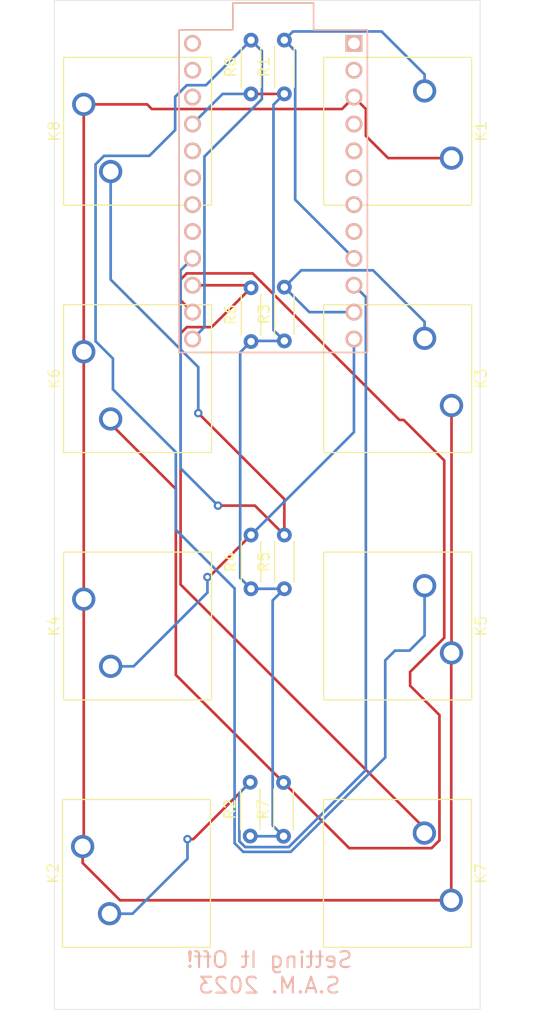
<source format=kicad_pcb>
(kicad_pcb (version 20221018) (generator pcbnew)
  (layers (0 "F.Cu" signal) (31 "B.Cu" signal) (34 "B.Paste" user) (35 "F.Paste" user) (36 "B.SilkS" user "B.Silkscreen") (37 "F.SilkS" user "F.Silkscreen") (38 "B.Mask" user) (39 "F.Mask" user) (44 "Edge.Cuts" user))
  (net 0 "")
  (net 1 "Net-(K1-Pad1)")
  (net 2 "Net-(K1-Pad2)")
  (net 3 "Net-(U1-Pad1)")
  (net 4 "Net-(U1-Pad2)")
  (net 5 "Net-(U1-Pad4)")
  (net 6 "Net-(U1-Pad5)")
  (net 7 "Net-(U1-Pad6)")
  (net 8 "Net-(U1-Pad7)")
  (net 9 "Net-(U1-Pad8)")
  (net 10 "Net-(U1-Pad17)")
  (net 11 "Net-(U1-Pad18)")
  (net 12 "Net-(U1-Pad19)")
  (net 13 "Net-(U1-Pad20)")
  (net 14 "Net-(U1-Pad22)")
  (net 15 "Net-(U1-Pad23)")
  (net 16 "Net-(U1-Pad24)")
  (net 17 "Net-(K2-Pad2)")
  (net 18 "Net-(K3-Pad2)")
  (net 19 "Net-(K4-Pad2)")
  (net 20 "Net-(K5-Pad2)")
  (net 21 "Net-(K6-Pad2)")
  (net 22 "Net-(K7-Pad2)")
  (net 23 "Net-(K8-Pad2)")
  (net 24 "Net-(R1-Pad1)")
  (footprint "KeyboardParts:SW_Cherry_MX_1.00u_PCB" (layer "F.Cu") (at 139.678339 32.672539 -90)
    (fp_text reference "K1" (at -2.54 -2.794 -90) (layer "F.SilkS"))
    (fp_text value "keyboard_parts_KEYSW")
    (fp_line (start -9.525 -1.905) (end 4.445 -1.905) (stroke (width 0.12)) (layer "F.SilkS"))
    (fp_line (start -9.525 12.065) (end -9.525 -1.905) (stroke (width 0.12)) (layer "F.SilkS"))
    (fp_line (start 4.445 -1.905) (end 4.445 12.065) (stroke (width 0.12)) (layer "F.SilkS"))
    (fp_line (start 4.445 12.065) (end -9.525 12.065) (stroke (width 0.12)) (layer "F.SilkS"))
    (pad "" np_thru_hole circle (at -7.62 5.08 270) (size 1.7 1.7) (drill 1.7) (layers "*.Cu" "*.Mask"))
    (pad "" np_thru_hole circle (at -2.54 5.08 270) (size 4 4) (drill 4) (layers "*.Cu" "*.Mask"))
    (pad "" np_thru_hole circle (at 2.54 5.08 270) (size 1.7 1.7) (drill 1.7) (layers "*.Cu" "*.Mask"))
    (pad "1" thru_hole circle (at 0 0 270) (size 2.2 2.2) (drill 1.5) (layers "*.Cu" "*.Mask") (net 1 "Net-(K1-Pad1)"))
    (pad "2" thru_hole circle (at -6.35 2.54 270) (size 2.2 2.2) (drill 1.5) (layers "*.Cu" "*.Mask") (net 2 "Net-(K1-Pad2)"))
  )
  (footprint "KeyboardParts:SW_Cherry_MX_1.00u_PCB" (layer "F.Cu") (at 104.85374 97.72396 90)
    (fp_text reference "K2" (at -2.54 -2.794 90) (layer "F.SilkS"))
    (fp_text value "keyboard_parts_KEYSW")
    (fp_line (start -9.525 -1.905) (end 4.445 -1.905) (stroke (width 0.12)) (layer "F.SilkS"))
    (fp_line (start -9.525 12.065) (end -9.525 -1.905) (stroke (width 0.12)) (layer "F.SilkS"))
    (fp_line (start 4.445 -1.905) (end 4.445 12.065) (stroke (width 0.12)) (layer "F.SilkS"))
    (fp_line (start 4.445 12.065) (end -9.525 12.065) (stroke (width 0.12)) (layer "F.SilkS"))
    (pad "" np_thru_hole circle (at -7.62 5.08 90) (size 1.7 1.7) (drill 1.7) (layers "*.Cu" "*.Mask"))
    (pad "" np_thru_hole circle (at -2.54 5.08 90) (size 4 4) (drill 4) (layers "*.Cu" "*.Mask"))
    (pad "" np_thru_hole circle (at 2.54 5.08 90) (size 1.7 1.7) (drill 1.7) (layers "*.Cu" "*.Mask"))
    (pad "1" thru_hole circle (at 0 0 90) (size 2.2 2.2) (drill 1.5) (layers "*.Cu" "*.Mask") (net 1 "Net-(K1-Pad1)"))
    (pad "2" thru_hole circle (at -6.35 2.54 90) (size 2.2 2.2) (drill 1.5) (layers "*.Cu" "*.Mask") (net 17 "Net-(K2-Pad2)"))
  )
  (footprint "KeyboardParts:SW_Cherry_MX_1.00u_PCB" (layer "F.Cu") (at 139.678339 56.049679 -90)
    (fp_text reference "K3" (at -2.54 -2.794 -90) (layer "F.SilkS"))
    (fp_text value "keyboard_parts_KEYSW")
    (fp_line (start -9.525 -1.905) (end 4.445 -1.905) (stroke (width 0.12)) (layer "F.SilkS"))
    (fp_line (start -9.525 12.065) (end -9.525 -1.905) (stroke (width 0.12)) (layer "F.SilkS"))
    (fp_line (start 4.445 -1.905) (end 4.445 12.065) (stroke (width 0.12)) (layer "F.SilkS"))
    (fp_line (start 4.445 12.065) (end -9.525 12.065) (stroke (width 0.12)) (layer "F.SilkS"))
    (pad "" np_thru_hole circle (at -7.62 5.08 270) (size 1.7 1.7) (drill 1.7) (layers "*.Cu" "*.Mask"))
    (pad "" np_thru_hole circle (at -2.54 5.08 270) (size 4 4) (drill 4) (layers "*.Cu" "*.Mask"))
    (pad "" np_thru_hole circle (at 2.54 5.08 270) (size 1.7 1.7) (drill 1.7) (layers "*.Cu" "*.Mask"))
    (pad "1" thru_hole circle (at 0 0 270) (size 2.2 2.2) (drill 1.5) (layers "*.Cu" "*.Mask") (net 1 "Net-(K1-Pad1)"))
    (pad "2" thru_hole circle (at -6.35 2.54 270) (size 2.2 2.2) (drill 1.5) (layers "*.Cu" "*.Mask") (net 18 "Net-(K3-Pad2)"))
  )
  (footprint "KeyboardParts:SW_Cherry_MX_1.00u_PCB" (layer "F.Cu") (at 104.958601 74.346819 90)
    (fp_text reference "K4" (at -2.54 -2.794 90) (layer "F.SilkS"))
    (fp_text value "keyboard_parts_KEYSW")
    (fp_line (start -9.525 -1.905) (end 4.445 -1.905) (stroke (width 0.12)) (layer "F.SilkS"))
    (fp_line (start -9.525 12.065) (end -9.525 -1.905) (stroke (width 0.12)) (layer "F.SilkS"))
    (fp_line (start 4.445 -1.905) (end 4.445 12.065) (stroke (width 0.12)) (layer "F.SilkS"))
    (fp_line (start 4.445 12.065) (end -9.525 12.065) (stroke (width 0.12)) (layer "F.SilkS"))
    (pad "" np_thru_hole circle (at -7.62 5.08 90) (size 1.7 1.7) (drill 1.7) (layers "*.Cu" "*.Mask"))
    (pad "" np_thru_hole circle (at -2.54 5.08 90) (size 4 4) (drill 4) (layers "*.Cu" "*.Mask"))
    (pad "" np_thru_hole circle (at 2.54 5.08 90) (size 1.7 1.7) (drill 1.7) (layers "*.Cu" "*.Mask"))
    (pad "1" thru_hole circle (at 0 0 90) (size 2.2 2.2) (drill 1.5) (layers "*.Cu" "*.Mask") (net 1 "Net-(K1-Pad1)"))
    (pad "2" thru_hole circle (at -6.35 2.54 90) (size 2.2 2.2) (drill 1.5) (layers "*.Cu" "*.Mask") (net 19 "Net-(K4-Pad2)"))
  )
  (footprint "KeyboardParts:SW_Cherry_MX_1.00u_PCB" (layer "F.Cu") (at 139.678339 79.426819 -90)
    (fp_text reference "K5" (at -2.54 -2.794 -90) (layer "F.SilkS"))
    (fp_text value "keyboard_parts_KEYSW")
    (fp_line (start -9.525 -1.905) (end 4.445 -1.905) (stroke (width 0.12)) (layer "F.SilkS"))
    (fp_line (start -9.525 12.065) (end -9.525 -1.905) (stroke (width 0.12)) (layer "F.SilkS"))
    (fp_line (start 4.445 -1.905) (end 4.445 12.065) (stroke (width 0.12)) (layer "F.SilkS"))
    (fp_line (start 4.445 12.065) (end -9.525 12.065) (stroke (width 0.12)) (layer "F.SilkS"))
    (pad "" np_thru_hole circle (at -7.62 5.08 270) (size 1.7 1.7) (drill 1.7) (layers "*.Cu" "*.Mask"))
    (pad "" np_thru_hole circle (at -2.54 5.08 270) (size 4 4) (drill 4) (layers "*.Cu" "*.Mask"))
    (pad "" np_thru_hole circle (at 2.54 5.08 270) (size 1.7 1.7) (drill 1.7) (layers "*.Cu" "*.Mask"))
    (pad "1" thru_hole circle (at 0 0 270) (size 2.2 2.2) (drill 1.5) (layers "*.Cu" "*.Mask") (net 1 "Net-(K1-Pad1)"))
    (pad "2" thru_hole circle (at -6.35 2.54 270) (size 2.2 2.2) (drill 1.5) (layers "*.Cu" "*.Mask") (net 20 "Net-(K5-Pad2)"))
  )
  (footprint "KeyboardParts:SW_Cherry_MX_1.00u_PCB" (layer "F.Cu") (at 104.958601 50.969679 90)
    (fp_text reference "K6" (at -2.54 -2.794 90) (layer "F.SilkS"))
    (fp_text value "keyboard_parts_KEYSW")
    (fp_line (start -9.525 -1.905) (end 4.445 -1.905) (stroke (width 0.12)) (layer "F.SilkS"))
    (fp_line (start -9.525 12.065) (end -9.525 -1.905) (stroke (width 0.12)) (layer "F.SilkS"))
    (fp_line (start 4.445 -1.905) (end 4.445 12.065) (stroke (width 0.12)) (layer "F.SilkS"))
    (fp_line (start 4.445 12.065) (end -9.525 12.065) (stroke (width 0.12)) (layer "F.SilkS"))
    (pad "" np_thru_hole circle (at -7.62 5.08 90) (size 1.7 1.7) (drill 1.7) (layers "*.Cu" "*.Mask"))
    (pad "" np_thru_hole circle (at -2.54 5.08 90) (size 4 4) (drill 4) (layers "*.Cu" "*.Mask"))
    (pad "" np_thru_hole circle (at 2.54 5.08 90) (size 1.7 1.7) (drill 1.7) (layers "*.Cu" "*.Mask"))
    (pad "1" thru_hole circle (at 0 0 90) (size 2.2 2.2) (drill 1.5) (layers "*.Cu" "*.Mask") (net 1 "Net-(K1-Pad1)"))
    (pad "2" thru_hole circle (at -6.35 2.54 90) (size 2.2 2.2) (drill 1.5) (layers "*.Cu" "*.Mask") (net 21 "Net-(K6-Pad2)"))
  )
  (footprint "KeyboardParts:SW_Cherry_MX_1.00u_PCB" (layer "F.Cu") (at 139.65428 102.80396 -90)
    (fp_text reference "K7" (at -2.54 -2.794 -90) (layer "F.SilkS"))
    (fp_text value "keyboard_parts_KEYSW")
    (fp_line (start -9.525 -1.905) (end 4.445 -1.905) (stroke (width 0.12)) (layer "F.SilkS"))
    (fp_line (start -9.525 12.065) (end -9.525 -1.905) (stroke (width 0.12)) (layer "F.SilkS"))
    (fp_line (start 4.445 -1.905) (end 4.445 12.065) (stroke (width 0.12)) (layer "F.SilkS"))
    (fp_line (start 4.445 12.065) (end -9.525 12.065) (stroke (width 0.12)) (layer "F.SilkS"))
    (pad "" np_thru_hole circle (at -7.62 5.08 270) (size 1.7 1.7) (drill 1.7) (layers "*.Cu" "*.Mask"))
    (pad "" np_thru_hole circle (at -2.54 5.08 270) (size 4 4) (drill 4) (layers "*.Cu" "*.Mask"))
    (pad "" np_thru_hole circle (at 2.54 5.08 270) (size 1.7 1.7) (drill 1.7) (layers "*.Cu" "*.Mask"))
    (pad "1" thru_hole circle (at 0 0 270) (size 2.2 2.2) (drill 1.5) (layers "*.Cu" "*.Mask") (net 1 "Net-(K1-Pad1)"))
    (pad "2" thru_hole circle (at -6.35 2.54 270) (size 2.2 2.2) (drill 1.5) (layers "*.Cu" "*.Mask") (net 22 "Net-(K7-Pad2)"))
  )
  (footprint "KeyboardParts:SW_Cherry_MX_1.00u_PCB" (layer "F.Cu") (at 104.958601 27.592539 90)
    (fp_text reference "K8" (at -2.54 -2.794 90) (layer "F.SilkS"))
    (fp_text value "keyboard_parts_KEYSW")
    (fp_line (start -9.525 -1.905) (end 4.445 -1.905) (stroke (width 0.12)) (layer "F.SilkS"))
    (fp_line (start -9.525 12.065) (end -9.525 -1.905) (stroke (width 0.12)) (layer "F.SilkS"))
    (fp_line (start 4.445 -1.905) (end 4.445 12.065) (stroke (width 0.12)) (layer "F.SilkS"))
    (fp_line (start 4.445 12.065) (end -9.525 12.065) (stroke (width 0.12)) (layer "F.SilkS"))
    (pad "" np_thru_hole circle (at -7.62 5.08 90) (size 1.7 1.7) (drill 1.7) (layers "*.Cu" "*.Mask"))
    (pad "" np_thru_hole circle (at -2.54 5.08 90) (size 4 4) (drill 4) (layers "*.Cu" "*.Mask"))
    (pad "" np_thru_hole circle (at 2.54 5.08 90) (size 1.7 1.7) (drill 1.7) (layers "*.Cu" "*.Mask"))
    (pad "1" thru_hole circle (at 0 0 90) (size 2.2 2.2) (drill 1.5) (layers "*.Cu" "*.Mask") (net 1 "Net-(K1-Pad1)"))
    (pad "2" thru_hole circle (at -6.35 2.54 90) (size 2.2 2.2) (drill 1.5) (layers "*.Cu" "*.Mask") (net 23 "Net-(K8-Pad2)"))
  )
  (footprint "Resistor_THT:R_Axial_DIN0204_L3.6mm_D1.6mm_P5.08mm_Horizontal" (layer "F.Cu") (at 123.89612 26.60142 90)
    (fp_text reference "R1" (at 2.54 -1.92 90) (layer "F.SilkS"))
    (fp_text value "R")
    (fp_line (start 0.62 -0.92) (end 4.46 -0.92) (stroke (width 0.12)) (layer "F.SilkS"))
    (fp_line (start 0.62 0.92) (end 4.46 0.92) (stroke (width 0.12)) (layer "F.SilkS"))
    (pad "1" thru_hole circle (at 0 0 90) (size 1.4 1.4) (drill 0.7) (layers "*.Cu" "*.Mask") (net 24 "Net-(R1-Pad1)"))
    (pad "2" thru_hole oval (at 5.08 0 90) (size 1.4 1.4) (drill 0.7) (layers "*.Cu" "*.Mask") (net 2 "Net-(K1-Pad2)"))
  )
  (footprint "Resistor_THT:R_Axial_DIN0204_L3.6mm_D1.6mm_P5.08mm_Horizontal" (layer "F.Cu") (at 120.6754 96.73336 90)
    (fp_text reference "R2" (at 2.54 -1.92 90) (layer "F.SilkS"))
    (fp_text value "R")
    (fp_line (start 0.62 -0.92) (end 4.46 -0.92) (stroke (width 0.12)) (layer "F.SilkS"))
    (fp_line (start 0.62 0.92) (end 4.46 0.92) (stroke (width 0.12)) (layer "F.SilkS"))
    (pad "1" thru_hole circle (at 0 0 90) (size 1.4 1.4) (drill 0.7) (layers "*.Cu" "*.Mask") (net 24 "Net-(R1-Pad1)"))
    (pad "2" thru_hole oval (at 5.08 0 90) (size 1.4 1.4) (drill 0.7) (layers "*.Cu" "*.Mask") (net 17 "Net-(K2-Pad2)"))
  )
  (footprint "Resistor_THT:R_Axial_DIN0204_L3.6mm_D1.6mm_P5.08mm_Horizontal" (layer "F.Cu") (at 123.89612 49.94656 90)
    (fp_text reference "R3" (at 2.54 -1.92 90) (layer "F.SilkS"))
    (fp_text value "R")
    (fp_line (start 0.62 -0.92) (end 4.46 -0.92) (stroke (width 0.12)) (layer "F.SilkS"))
    (fp_line (start 0.62 0.92) (end 4.46 0.92) (stroke (width 0.12)) (layer "F.SilkS"))
    (pad "1" thru_hole circle (at 0 0 90) (size 1.4 1.4) (drill 0.7) (layers "*.Cu" "*.Mask") (net 24 "Net-(R1-Pad1)"))
    (pad "2" thru_hole oval (at 5.08 0 90) (size 1.4 1.4) (drill 0.7) (layers "*.Cu" "*.Mask") (net 18 "Net-(K3-Pad2)"))
  )
  (footprint "Resistor_THT:R_Axial_DIN0204_L3.6mm_D1.6mm_P5.08mm_Horizontal" (layer "F.Cu") (at 120.7516 73.3679 90)
    (fp_text reference "R4" (at 2.54 -1.92 90) (layer "F.SilkS"))
    (fp_text value "R")
    (fp_line (start 0.62 -0.92) (end 4.46 -0.92) (stroke (width 0.12)) (layer "F.SilkS"))
    (fp_line (start 0.62 0.92) (end 4.46 0.92) (stroke (width 0.12)) (layer "F.SilkS"))
    (pad "1" thru_hole circle (at 0 0 90) (size 1.4 1.4) (drill 0.7) (layers "*.Cu" "*.Mask") (net 24 "Net-(R1-Pad1)"))
    (pad "2" thru_hole oval (at 5.08 0 90) (size 1.4 1.4) (drill 0.7) (layers "*.Cu" "*.Mask") (net 19 "Net-(K4-Pad2)"))
  )
  (footprint "Resistor_THT:R_Axial_DIN0204_L3.6mm_D1.6mm_P5.08mm_Horizontal" (layer "F.Cu") (at 123.89612 73.3679 90)
    (fp_text reference "R5" (at 2.54 -1.92 90) (layer "F.SilkS"))
    (fp_text value "R")
    (fp_line (start 0.62 -0.92) (end 4.46 -0.92) (stroke (width 0.12)) (layer "F.SilkS"))
    (fp_line (start 0.62 0.92) (end 4.46 0.92) (stroke (width 0.12)) (layer "F.SilkS"))
    (pad "1" thru_hole circle (at 0 0 90) (size 1.4 1.4) (drill 0.7) (layers "*.Cu" "*.Mask") (net 24 "Net-(R1-Pad1)"))
    (pad "2" thru_hole oval (at 5.08 0 90) (size 1.4 1.4) (drill 0.7) (layers "*.Cu" "*.Mask") (net 23 "Net-(K8-Pad2)"))
  )
  (footprint "Resistor_THT:R_Axial_DIN0204_L3.6mm_D1.6mm_P5.08mm_Horizontal" (layer "F.Cu") (at 120.7516 50.00498 90)
    (fp_text reference "R6" (at 2.54 -1.92 90) (layer "F.SilkS"))
    (fp_text value "R")
    (fp_line (start 0.62 -0.92) (end 4.46 -0.92) (stroke (width 0.12)) (layer "F.SilkS"))
    (fp_line (start 0.62 0.92) (end 4.46 0.92) (stroke (width 0.12)) (layer "F.SilkS"))
    (pad "1" thru_hole circle (at 0 0 90) (size 1.4 1.4) (drill 0.7) (layers "*.Cu" "*.Mask") (net 24 "Net-(R1-Pad1)"))
    (pad "2" thru_hole oval (at 5.08 0 90) (size 1.4 1.4) (drill 0.7) (layers "*.Cu" "*.Mask") (net 22 "Net-(K7-Pad2)"))
  )
  (footprint "Resistor_THT:R_Axial_DIN0204_L3.6mm_D1.6mm_P5.08mm_Horizontal" (layer "F.Cu") (at 123.81992 96.75368 90)
    (fp_text reference "R7" (at 2.54 -1.92 90) (layer "F.SilkS"))
    (fp_text value "R")
    (fp_line (start 0.62 -0.92) (end 4.46 -0.92) (stroke (width 0.12)) (layer "F.SilkS"))
    (fp_line (start 0.62 0.92) (end 4.46 0.92) (stroke (width 0.12)) (layer "F.SilkS"))
    (pad "1" thru_hole circle (at 0 0 90) (size 1.4 1.4) (drill 0.7) (layers "*.Cu" "*.Mask") (net 24 "Net-(R1-Pad1)"))
    (pad "2" thru_hole oval (at 5.08 0 90) (size 1.4 1.4) (drill 0.7) (layers "*.Cu" "*.Mask") (net 21 "Net-(K6-Pad2)"))
  )
  (footprint "Resistor_THT:R_Axial_DIN0204_L3.6mm_D1.6mm_P5.08mm_Horizontal" (layer "F.Cu") (at 120.7516 26.6065 90)
    (fp_text reference "R8" (at 2.54 -1.92 90) (layer "F.SilkS"))
    (fp_text value "R")
    (fp_line (start 0.62 -0.92) (end 4.46 -0.92) (stroke (width 0.12)) (layer "F.SilkS"))
    (fp_line (start 0.62 0.92) (end 4.46 0.92) (stroke (width 0.12)) (layer "F.SilkS"))
    (pad "1" thru_hole circle (at 0 0 90) (size 1.4 1.4) (drill 0.7) (layers "*.Cu" "*.Mask") (net 24 "Net-(R1-Pad1)"))
    (pad "2" thru_hole oval (at 5.08 0 90) (size 1.4 1.4) (drill 0.7) (layers "*.Cu" "*.Mask") (net 20 "Net-(K5-Pad2)"))
  )
  (footprint "MountingHole:MountingHole_2.1mm" (layer "F.Cu") (at 139.69746 110.36808)
    (fp_text reference "REF**" hide)
    (fp_text value "MountingHole_2.1mm")
    (pad "" np_thru_hole circle (at 0 0) (size 2.1 2.1) (drill 2.1) (layers "*.Cu" "*.Mask"))
  )
  (footprint "MountingHole:MountingHole_2.1mm" (layer "F.Cu") (at 105.1052 110.36808)
    (fp_text reference "REF**" hide)
    (fp_text value "MountingHole_2.1mm")
    (pad "" np_thru_hole circle (at 0 0) (size 2.1 2.1) (drill 2.1) (layers "*.Cu" "*.Mask"))
  )
  (footprint "MountingHole:MountingHole_2.1mm" (layer "F.Cu") (at 105.1052 20.51558)
    (fp_text reference "REF**" hide)
    (fp_text value "MountingHole_2.1mm")
    (pad "" np_thru_hole circle (at 0 0) (size 2.1 2.1) (drill 2.1) (layers "*.Cu" "*.Mask"))
  )
  (footprint "MountingHole:MountingHole_2.1mm" (layer "F.Cu") (at 139.69746 20.51558)
    (fp_text reference "REF**" hide)
    (fp_text value "MountingHole_2.1mm")
    (pad "" np_thru_hole circle (at 0 0) (size 2.1 2.1) (drill 2.1) (layers "*.Cu" "*.Mask"))
  )
  (footprint "promicro:ProMicro" (layer "B.Cu") (at 122.8471 35.79876 -90)
    (fp_text reference "U1" hide)
    (fp_text value "ProMicro")
    (fp_line (start -17.78 -3.81) (end -17.78 3.81) (stroke (width 0.15)) (layer "B.SilkS"))
    (fp_line (start -17.78 3.81) (end -15.24 3.81) (stroke (width 0.15)) (layer "B.SilkS"))
    (fp_line (start -15.24 -8.89) (end -15.24 -3.81) (stroke (width 0.15)) (layer "B.SilkS"))
    (fp_line (start -15.24 -8.89) (end 15.24 -8.89) (stroke (width 0.15)) (layer "B.SilkS"))
    (fp_line (start -15.24 -3.81) (end -17.78 -3.81) (stroke (width 0.15)) (layer "B.SilkS"))
    (fp_line (start -15.24 3.81) (end -15.24 8.89) (stroke (width 0.15)) (layer "B.SilkS"))
    (fp_line (start -15.24 8.89) (end 15.24 8.89) (stroke (width 0.15)) (layer "B.SilkS"))
    (fp_line (start 15.24 8.89) (end 15.24 -8.89) (stroke (width 0.15)) (layer "B.SilkS"))
    (fp_line (start -17.78 -3.81) (end -17.78 3.81) (stroke (width 0.15)) (layer "F.SilkS"))
    (fp_line (start -17.78 3.81) (end -15.24 3.81) (stroke (width 0.15)) (layer "F.SilkS"))
    (fp_line (start -15.24 -8.89) (end -15.24 -3.81) (stroke (width 0.15)) (layer "F.SilkS"))
    (fp_line (start -15.24 -3.81) (end -17.78 -3.81) (stroke (width 0.15)) (layer "F.SilkS"))
    (fp_line (start -15.24 3.81) (end -15.24 8.89) (stroke (width 0.15)) (layer "F.SilkS"))
    (fp_line (start -15.24 8.89) (end 15.24 8.89) (stroke (width 0.15)) (layer "F.SilkS"))
    (fp_line (start 15.24 -8.89) (end -15.24 -8.89) (stroke (width 0.15)) (layer "F.SilkS"))
    (fp_line (start 15.24 8.89) (end 15.24 -8.89) (stroke (width 0.15)) (layer "F.SilkS"))
    (pad "1" thru_hole rect (at -13.97 -7.62 270) (size 1.6 1.6) (drill 1.1) (layers "*.Cu" "*.Mask" "B.SilkS") (net 3 "Net-(U1-Pad1)"))
    (pad "2" thru_hole circle (at -11.43 -7.62 270) (size 1.6 1.6) (drill 1.1) (layers "*.Cu" "*.Mask" "B.SilkS") (net 4 "Net-(U1-Pad2)"))
    (pad "3" thru_hole circle (at -8.89 -7.62 270) (size 1.6 1.6) (drill 1.1) (layers "*.Cu" "*.Mask" "B.SilkS") (net 1 "Net-(K1-Pad1)"))
    (pad "4" thru_hole circle (at -6.35 -7.62 270) (size 1.6 1.6) (drill 1.1) (layers "*.Cu" "*.Mask" "B.SilkS") (net 5 "Net-(U1-Pad4)"))
    (pad "5" thru_hole circle (at -3.81 -7.62 270) (size 1.6 1.6) (drill 1.1) (layers "*.Cu" "*.Mask" "B.SilkS") (net 6 "Net-(U1-Pad5)"))
    (pad "6" thru_hole circle (at -1.27 -7.62 270) (size 1.6 1.6) (drill 1.1) (layers "*.Cu" "*.Mask" "B.SilkS") (net 7 "Net-(U1-Pad6)"))
    (pad "7" thru_hole circle (at 1.27 -7.62 270) (size 1.6 1.6) (drill 1.1) (layers "*.Cu" "*.Mask" "B.SilkS") (net 8 "Net-(U1-Pad7)"))
    (pad "8" thru_hole circle (at 3.81 -7.62 270) (size 1.6 1.6) (drill 1.1) (layers "*.Cu" "*.Mask" "B.SilkS") (net 9 "Net-(U1-Pad8)"))
    (pad "9" thru_hole circle (at 6.35 -7.62 270) (size 1.6 1.6) (drill 1.1) (layers "*.Cu" "*.Mask" "B.SilkS") (net 2 "Net-(K1-Pad2)"))
    (pad "10" thru_hole circle (at 8.89 -7.62 270) (size 1.6 1.6) (drill 1.1) (layers "*.Cu" "*.Mask" "B.SilkS") (net 17 "Net-(K2-Pad2)"))
    (pad "11" thru_hole circle (at 11.43 -7.62 270) (size 1.6 1.6) (drill 1.1) (layers "*.Cu" "*.Mask" "B.SilkS") (net 18 "Net-(K3-Pad2)"))
    (pad "12" thru_hole circle (at 13.97 -7.62 270) (size 1.6 1.6) (drill 1.1) (layers "*.Cu" "*.Mask" "B.SilkS") (net 19 "Net-(K4-Pad2)"))
    (pad "13" thru_hole circle (at 13.97 7.62 270) (size 1.6 1.6) (drill 1.1) (layers "*.Cu" "*.Mask" "B.SilkS") (net 20 "Net-(K5-Pad2)"))
    (pad "14" thru_hole circle (at 11.43 7.62 270) (size 1.6 1.6) (drill 1.1) (layers "*.Cu" "*.Mask" "B.SilkS") (net 21 "Net-(K6-Pad2)"))
    (pad "15" thru_hole circle (at 8.89 7.62 270) (size 1.6 1.6) (drill 1.1) (layers "*.Cu" "*.Mask" "B.SilkS") (net 22 "Net-(K7-Pad2)"))
    (pad "16" thru_hole circle (at 6.35 7.62 270) (size 1.6 1.6) (drill 1.1) (layers "*.Cu" "*.Mask" "B.SilkS") (net 23 "Net-(K8-Pad2)"))
    (pad "17" thru_hole circle (at 3.81 7.62 270) (size 1.6 1.6) (drill 1.1) (layers "*.Cu" "*.Mask" "B.SilkS") (net 10 "Net-(U1-Pad17)"))
    (pad "18" thru_hole circle (at 1.27 7.62 270) (size 1.6 1.6) (drill 1.1) (layers "*.Cu" "*.Mask" "B.SilkS") (net 11 "Net-(U1-Pad18)"))
    (pad "19" thru_hole circle (at -1.27 7.62 270) (size 1.6 1.6) (drill 1.1) (layers "*.Cu" "*.Mask" "B.SilkS") (net 12 "Net-(U1-Pad19)"))
    (pad "20" thru_hole circle (at -3.81 7.62 270) (size 1.6 1.6) (drill 1.1) (layers "*.Cu" "*.Mask" "B.SilkS") (net 13 "Net-(U1-Pad20)"))
    (pad "21" thru_hole circle (at -6.35 7.62 270) (size 1.6 1.6) (drill 1.1) (layers "*.Cu" "*.Mask" "B.SilkS") (net 24 "Net-(R1-Pad1)"))
    (pad "22" thru_hole circle (at -8.89 7.62 270) (size 1.6 1.6) (drill 1.1) (layers "*.Cu" "*.Mask" "B.SilkS") (net 14 "Net-(U1-Pad22)"))
    (pad "23" thru_hole circle (at -11.43 7.62 270) (size 1.6 1.6) (drill 1.1) (layers "*.Cu" "*.Mask" "B.SilkS") (net 15 "Net-(U1-Pad23)"))
    (pad "24" thru_hole circle (at -13.97 7.62 270) (size 1.6 1.6) (drill 1.1) (layers "*.Cu" "*.Mask" "B.SilkS") (net 16 "Net-(U1-Pad24)"))
  )
  (gr_line (start 142.37716 17.8181) (end 142.37716 17.75714) (stroke (width 0.05)) (layer "Edge.Cuts"))
  (gr_line (start 142.37716 113.10874) (end 102.19182 113.10874) (stroke (width 0.05)) (layer "Edge.Cuts"))
  (gr_line (start 102.19182 113.10874) (end 102.19182 17.75714) (stroke (width 0.05)) (layer "Edge.Cuts"))
  (gr_line (start 102.19182 17.75714) (end 142.37716 17.75714) (stroke (width 0.05)) (layer "Edge.Cuts"))
  (gr_line (start 142.37716 17.8181) (end 142.37716 113.10874) (stroke (width 0.05)) (layer "Edge.Cuts"))
  (gr_text "Setting It Off!\nS.A.M. 2023" (at 122.48388 109.63656) (layer "B.SilkS") (effects (font (size 1.5 1.5) (thickness 0.2)) (justify mirror)))
  (segment (start 110.939603 27.592539) (end 104.958601 27.592539) (width 0.25) (layer "F.Cu") (net 1))
  (segment (start 139.678339 79.426819) (end 139.678339 56.049679) (width 0.25) (layer "F.Cu") (net 1))
  (segment (start 139.65428 79.450878) (end 139.678339 79.426819) (width 0.25) (layer "F.Cu") (net 1))
  (segment (start 104.958601 74.346819) (end 104.958601 97.619099) (width 0.25) (layer "F.Cu") (net 1))
  (segment (start 104.958601 97.619099) (end 104.85374 97.72396) (width 0.25) (layer "F.Cu") (net 1))
  (segment (start 104.85374 99.279594) (end 108.378106 102.80396) (width 0.25) (layer "F.Cu") (net 1))
  (segment (start 130.4671 26.90876) (end 129.342099 28.033761) (width 0.25) (layer "F.Cu") (net 1))
  (segment (start 139.678339 32.672539) (end 133.697337 32.672539) (width 0.25) (layer "F.Cu") (net 1))
  (segment (start 104.85374 97.72396) (end 104.85374 99.279594) (width 0.25) (layer "F.Cu") (net 1))
  (segment (start 104.958601 27.592539) (end 104.958601 50.969679) (width 0.25) (layer "F.Cu") (net 1))
  (segment (start 131.592101 30.567303) (end 131.592101 28.033761) (width 0.25) (layer "F.Cu") (net 1))
  (segment (start 133.697337 32.672539) (end 131.592101 30.567303) (width 0.25) (layer "F.Cu") (net 1))
  (segment (start 129.342099 28.033761) (end 111.380825 28.033761) (width 0.25) (layer "F.Cu") (net 1))
  (segment (start 139.65428 102.80396) (end 139.65428 79.450878) (width 0.25) (layer "F.Cu") (net 1))
  (segment (start 104.958601 50.969679) (end 104.958601 74.346819) (width 0.25) (layer "F.Cu") (net 1))
  (segment (start 108.378106 102.80396) (end 139.65428 102.80396) (width 0.25) (layer "F.Cu") (net 1))
  (segment (start 131.592101 28.033761) (end 130.4671 26.90876) (width 0.25) (layer "F.Cu") (net 1))
  (segment (start 111.380825 28.033761) (end 110.939603 27.592539) (width 0.25) (layer "F.Cu") (net 1))
  (segment (start 124.921121 36.602781) (end 124.921121 22.546421) (width 0.25) (layer "B.Cu") (net 2))
  (segment (start 133.075193 20.703759) (end 137.138339 24.766905) (width 0.25) (layer "B.Cu") (net 2))
  (segment (start 123.89612 21.52142) (end 124.713781 20.703759) (width 0.25) (layer "B.Cu") (net 2))
  (segment (start 130.4671 42.14876) (end 124.921121 36.602781) (width 0.25) (layer "B.Cu") (net 2))
  (segment (start 124.713781 20.703759) (end 133.075193 20.703759) (width 0.25) (layer "B.Cu") (net 2))
  (segment (start 124.921121 22.546421) (end 123.89612 21.52142) (width 0.25) (layer "B.Cu") (net 2))
  (segment (start 137.138339 24.766905) (end 137.138339 26.322539) (width 0.25) (layer "B.Cu") (net 2))
  (segment (start 120.6754 91.65336) (end 115.30076 97.028) (width 0.25) (layer "F.Cu") (net 17))
  (segment (start 115.30076 97.028) (end 114.75212 97.028) (width 0.25) (layer "F.Cu") (net 17))
  (via (at 114.75212 97.028) (size 0.8) (drill 0.4) (layers "F.Cu" "B.Cu") (net 17))
  (segment (start 124.311921 97.778681) (end 120.203719 97.778681) (width 0.25) (layer "B.Cu") (net 17))
  (segment (start 131.592101 90.498501) (end 124.311921 97.778681) (width 0.25) (layer "B.Cu") (net 17))
  (segment (start 109.564742 104.07396) (end 107.39374 104.07396) (width 0.25) (layer "B.Cu") (net 17))
  (segment (start 114.75212 98.886582) (end 109.564742 104.07396) (width 0.25) (layer "B.Cu") (net 17))
  (segment (start 130.4671 44.68876) (end 131.592101 45.813761) (width 0.25) (layer "B.Cu") (net 17))
  (segment (start 119.650399 97.225361) (end 119.650399 92.678361) (width 0.25) (layer "B.Cu") (net 17))
  (segment (start 119.650399 92.678361) (end 120.6754 91.65336) (width 0.25) (layer "B.Cu") (net 17))
  (segment (start 120.203719 97.778681) (end 119.650399 97.225361) (width 0.25) (layer "B.Cu") (net 17))
  (segment (start 131.592101 45.813761) (end 131.592101 90.498501) (width 0.25) (layer "B.Cu") (net 17))
  (segment (start 114.75212 97.028) (end 114.75212 98.886582) (width 0.25) (layer "B.Cu") (net 17))
  (segment (start 132.268055 43.273761) (end 137.138339 48.144045) (width 0.25) (layer "B.Cu") (net 18))
  (segment (start 137.138339 48.144045) (end 137.138339 49.699679) (width 0.25) (layer "B.Cu") (net 18))
  (segment (start 125.488919 43.273761) (end 132.268055 43.273761) (width 0.25) (layer "B.Cu") (net 18))
  (segment (start 130.4671 47.22876) (end 126.25832 47.22876) (width 0.25) (layer "B.Cu") (net 18))
  (segment (start 123.89612 44.86656) (end 125.488919 43.273761) (width 0.25) (layer "B.Cu") (net 18))
  (segment (start 126.25832 47.22876) (end 123.89612 44.86656) (width 0.25) (layer "B.Cu") (net 18))
  (segment (start 116.77904 72.26046) (end 116.63426 72.26046) (width 0.25) (layer "F.Cu") (net 19))
  (segment (start 120.7516 68.2879) (end 116.77904 72.26046) (width 0.25) (layer "F.Cu") (net 19))
  (via (at 116.63426 72.26046) (size 0.8) (drill 0.4) (layers "F.Cu" "B.Cu") (net 19))
  (segment (start 130.4671 49.76876) (end 130.4671 58.5724) (width 0.25) (layer "B.Cu") (net 19))
  (segment (start 130.4671 58.5724) (end 120.7516 68.2879) (width 0.25) (layer "B.Cu") (net 19))
  (segment (start 116.63426 73.732162) (end 109.669603 80.696819) (width 0.25) (layer "B.Cu") (net 19))
  (segment (start 116.63426 72.26046) (end 116.63426 73.732162) (width 0.25) (layer "B.Cu") (net 19))
  (segment (start 109.669603 80.696819) (end 107.498601 80.696819) (width 0.25) (layer "B.Cu") (net 19))
  (segment (start 135.71434 79.21182) (end 137.138339 77.787821) (width 0.25) (layer "B.Cu") (net 20))
  (segment (start 113.5888 26.882058) (end 113.5888 30.023342) (width 0.25) (layer "B.Cu") (net 20))
  (segment (start 113.652089 60.464165) (end 113.652089 67.785391) (width 0.25) (layer "B.Cu") (net 20))
  (segment (start 120.7516 21.5265) (end 116.494341 25.783759) (width 0.25) (layer "B.Cu") (net 20))
  (segment (start 107.7136 54.525676) (end 113.652089 60.464165) (width 0.25) (layer "B.Cu") (net 20))
  (segment (start 133.423338 89.303674) (end 133.423338 80.132242) (width 0.25) (layer "B.Cu") (net 20))
  (segment (start 114.687099 25.783759) (end 113.5888 26.882058) (width 0.25) (layer "B.Cu") (net 20))
  (segment (start 116.352101 48.643759) (end 116.352101 32.523001) (width 0.25) (layer "B.Cu") (net 20))
  (segment (start 113.652089 67.785391) (end 119.200389 73.333691) (width 0.25) (layer "B.Cu") (net 20))
  (segment (start 115.2271 49.76876) (end 116.352101 48.643759) (width 0.25) (layer "B.Cu") (net 20))
  (segment (start 113.5888 30.023342) (end 111.154602 32.45754) (width 0.25) (layer "B.Cu") (net 20))
  (segment (start 111.154602 32.45754) (end 106.874598 32.45754) (width 0.25) (layer "B.Cu") (net 20))
  (segment (start 121.776601 22.551501) (end 120.7516 21.5265) (width 0.25) (layer "B.Cu") (net 20))
  (segment (start 134.34376 79.21182) (end 135.71434 79.21182) (width 0.25) (layer "B.Cu") (net 20))
  (segment (start 116.352101 32.523001) (end 121.776601 27.098501) (width 0.25) (layer "B.Cu") (net 20))
  (segment (start 121.776601 27.098501) (end 121.776601 22.551501) (width 0.25) (layer "B.Cu") (net 20))
  (segment (start 137.138339 77.787821) (end 137.138339 73.076819) (width 0.25) (layer "B.Cu") (net 20))
  (segment (start 106.0736 33.258538) (end 106.0736 49.975676) (width 0.25) (layer "B.Cu") (net 20))
  (segment (start 120.017319 98.228691) (end 124.498322 98.22869) (width 0.25) (layer "B.Cu") (net 20))
  (segment (start 107.7136 51.615676) (end 107.7136 54.525676) (width 0.25) (layer "B.Cu") (net 20))
  (segment (start 124.498322 98.22869) (end 133.423338 89.303674) (width 0.25) (layer "B.Cu") (net 20))
  (segment (start 119.200389 73.333691) (end 119.20039 97.411762) (width 0.25) (layer "B.Cu") (net 20))
  (segment (start 116.494341 25.783759) (end 114.687099 25.783759) (width 0.25) (layer "B.Cu") (net 20))
  (segment (start 119.20039 97.411762) (end 120.017319 98.228691) (width 0.25) (layer "B.Cu") (net 20))
  (segment (start 106.0736 49.975676) (end 107.7136 51.615676) (width 0.25) (layer "B.Cu") (net 20))
  (segment (start 133.423338 80.132242) (end 134.34376 79.21182) (width 0.25) (layer "B.Cu") (net 20))
  (segment (start 106.874598 32.45754) (end 106.0736 33.258538) (width 0.25) (layer "B.Cu") (net 20))
  (segment (start 134.7583 57.414678) (end 135.16234 57.414678) (width 0.25) (layer "F.Cu") (net 21))
  (segment (start 114.687099 43.563759) (end 120.907381 43.563759) (width 0.25) (layer "F.Cu") (net 21))
  (segment (start 130.025201 97.878961) (end 123.81992 91.67368) (width 0.25) (layer "F.Cu") (net 21))
  (segment (start 107.498601 57.788681) (end 107.498601 57.319679) (width 0.25) (layer "F.Cu") (net 21))
  (segment (start 138.539281 85.296761) (end 138.539281 97.137961) (width 0.25) (layer "F.Cu") (net 21))
  (segment (start 115.2271 47.22876) (end 114.102099 46.103759) (width 0.25) (layer "F.Cu") (net 21))
  (segment (start 114.102099 46.103759) (end 114.102099 44.148759) (width 0.25) (layer "F.Cu") (net 21))
  (segment (start 138.994338 61.246676) (end 138.994338 78.001818) (width 0.25) (layer "F.Cu") (net 21))
  (segment (start 135.77334 81.222816) (end 135.77334 82.53082) (width 0.25) (layer "F.Cu") (net 21))
  (segment (start 138.539281 97.137961) (end 137.798281 97.878961) (width 0.25) (layer "F.Cu") (net 21))
  (segment (start 137.798281 97.878961) (end 130.025201 97.878961) (width 0.25) (layer "F.Cu") (net 21))
  (segment (start 120.907381 43.563759) (end 134.7583 57.414678) (width 0.25) (layer "F.Cu") (net 21))
  (segment (start 114.102099 44.148759) (end 114.687099 43.563759) (width 0.25) (layer "F.Cu") (net 21))
  (segment (start 113.65209 81.50585) (end 113.65209 63.94217) (width 0.25) (layer "F.Cu") (net 21))
  (segment (start 135.77334 82.53082) (end 138.539281 85.296761) (width 0.25) (layer "F.Cu") (net 21))
  (segment (start 123.81992 91.67368) (end 113.65209 81.50585) (width 0.25) (layer "F.Cu") (net 21))
  (segment (start 138.994338 78.001818) (end 135.77334 81.222816) (width 0.25) (layer "F.Cu") (net 21))
  (segment (start 135.16234 57.414678) (end 138.994338 61.246676) (width 0.25) (layer "F.Cu") (net 21))
  (segment (start 113.65209 63.94217) (end 107.498601 57.788681) (width 0.25) (layer "F.Cu") (net 21))
  (segment (start 120.51538 44.68876) (end 120.7516 44.92498) (width 0.25) (layer "F.Cu") (net 22))
  (segment (start 137.11428 95.984958) (end 137.11428 96.45396) (width 0.25) (layer "F.Cu") (net 22))
  (segment (start 114.102099 49.228759) (end 114.102099 72.972777) (width 0.25) (layer "F.Cu") (net 22))
  (segment (start 120.7516 44.92498) (end 117.032821 48.643759) (width 0.25) (layer "F.Cu") (net 22))
  (segment (start 117.032821 48.643759) (end 114.687099 48.643759) (width 0.25) (layer "F.Cu") (net 22))
  (segment (start 114.102099 72.972777) (end 137.11428 95.984958) (width 0.25) (layer "F.Cu") (net 22))
  (segment (start 115.2271 44.68876) (end 120.51538 44.68876) (width 0.25) (layer "F.Cu") (net 22))
  (segment (start 114.687099 48.643759) (end 114.102099 49.228759) (width 0.25) (layer "F.Cu") (net 22))
  (segment (start 123.89612 64.897) (end 115.77066 56.77154) (width 0.25) (layer "F.Cu") (net 23))
  (segment (start 121.1199 65.51168) (end 123.89612 68.2879) (width 0.25) (layer "F.Cu") (net 23))
  (segment (start 117.63248 65.51168) (end 121.1199 65.51168) (width 0.25) (layer "F.Cu") (net 23))
  (segment (start 123.89612 68.2879) (end 123.89612 64.897) (width 0.25) (layer "F.Cu") (net 23))
  (via (at 117.63248 65.51168) (size 0.8) (drill 0.4) (layers "F.Cu" "B.Cu") (net 23))
  (via (at 115.77066 56.77154) (size 0.8) (drill 0.4) (layers "F.Cu" "B.Cu") (net 23))
  (segment (start 107.498601 44.150677) (end 107.498601 33.942539) (width 0.25) (layer "B.Cu") (net 23))
  (segment (start 115.77066 52.422736) (end 107.498601 44.150677) (width 0.25) (layer "B.Cu") (net 23))
  (segment (start 114.102099 43.273761) (end 114.102099 61.981299) (width 0.25) (layer "B.Cu") (net 23))
  (segment (start 115.2271 42.14876) (end 114.102099 43.273761) (width 0.25) (layer "B.Cu") (net 23))
  (segment (start 115.77066 56.77154) (end 115.77066 52.422736) (width 0.25) (layer "B.Cu") (net 23))
  (segment (start 114.102099 61.981299) (end 117.63248 65.51168) (width 0.25) (layer "B.Cu") (net 23))
  (segment (start 120.7516 26.6065) (end 123.89104 26.6065) (width 0.25) (layer "F.Cu") (net 24))
  (segment (start 123.89104 26.6065) (end 123.89612 26.60142) (width 0.25) (layer "F.Cu") (net 24))
  (segment (start 120.7516 26.6065) (end 118.06936 26.6065) (width 0.25) (layer "B.Cu") (net 24))
  (segment (start 120.7516 50.00498) (end 119.726599 51.029981) (width 0.25) (layer "B.Cu") (net 24))
  (segment (start 120.81002 49.94656) (end 120.7516 50.00498) (width 0.25) (layer "B.Cu") (net 24))
  (segment (start 118.06936 26.6065) (end 115.2271 29.44876) (width 0.25) (layer "B.Cu") (net 24))
  (segment (start 123.89612 49.94656) (end 122.871119 48.921559) (width 0.25) (layer "B.Cu") (net 24))
  (segment (start 122.794919 95.728679) (end 123.81992 96.75368) (width 0.25) (layer "B.Cu") (net 24))
  (segment (start 123.89612 73.3679) (end 122.794919 74.469101) (width 0.25) (layer "B.Cu") (net 24))
  (segment (start 120.7516 73.3679) (end 123.89612 73.3679) (width 0.25) (layer "B.Cu") (net 24))
  (segment (start 120.69572 96.75368) (end 120.6754 96.73336) (width 0.25) (layer "B.Cu") (net 24))
  (segment (start 123.81992 96.75368) (end 120.69572 96.75368) (width 0.25) (layer "B.Cu") (net 24))
  (segment (start 122.871119 27.626421) (end 123.89612 26.60142) (width 0.25) (layer "B.Cu") (net 24))
  (segment (start 119.726599 72.342899) (end 120.7516 73.3679) (width 0.25) (layer "B.Cu") (net 24))
  (segment (start 122.794919 74.469101) (end 122.794919 95.728679) (width 0.25) (layer "B.Cu") (net 24))
  (segment (start 123.89612 49.94656) (end 120.81002 49.94656) (width 0.25) (layer "B.Cu") (net 24))
  (segment (start 122.871119 48.921559) (end 122.871119 27.626421) (width 0.25) (layer "B.Cu") (net 24))
  (segment (start 119.726599 51.029981) (end 119.726599 72.342899) (width 0.25) (layer "B.Cu") (net 24))
)
</source>
